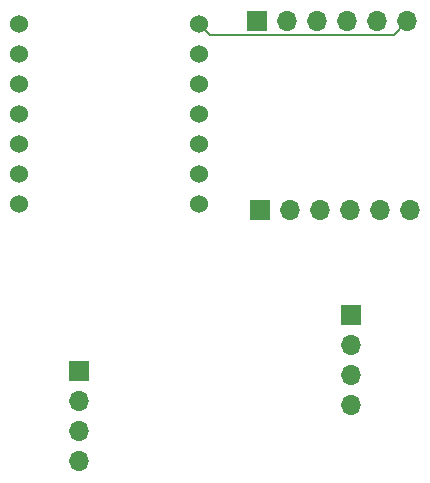
<source format=gbr>
%TF.GenerationSoftware,KiCad,Pcbnew,9.0.0*%
%TF.CreationDate,2025-06-10T19:10:25+05:30*%
%TF.ProjectId,andytrackerv2,616e6479-7472-4616-936b-657276322e6b,rev?*%
%TF.SameCoordinates,Original*%
%TF.FileFunction,Copper,L2,Bot*%
%TF.FilePolarity,Positive*%
%FSLAX46Y46*%
G04 Gerber Fmt 4.6, Leading zero omitted, Abs format (unit mm)*
G04 Created by KiCad (PCBNEW 9.0.0) date 2025-06-10 19:10:25*
%MOMM*%
%LPD*%
G01*
G04 APERTURE LIST*
%TA.AperFunction,ComponentPad*%
%ADD10C,1.524000*%
%TD*%
%TA.AperFunction,ComponentPad*%
%ADD11R,1.700000X1.700000*%
%TD*%
%TA.AperFunction,ComponentPad*%
%ADD12O,1.700000X1.700000*%
%TD*%
%TA.AperFunction,Conductor*%
%ADD13C,0.200000*%
%TD*%
G04 APERTURE END LIST*
D10*
%TO.P,U1,1,GPIO2/A0/D0*%
%TO.N,Net-(J2-Pin_2)*%
X155425000Y-97300000D03*
%TO.P,U1,2,GPIO3/A1/D1*%
%TO.N,Net-(J2-Pin_3)*%
X155425000Y-99840000D03*
%TO.P,U1,3,GPIO4/A2/D2*%
%TO.N,Net-(J2-Pin_4)*%
X155425000Y-102380000D03*
%TO.P,U1,4,GPIO5/A3/D3*%
%TO.N,Net-(J2-Pin_5)*%
X155425000Y-104920000D03*
%TO.P,U1,5,GPIO6/D4/SDA*%
%TO.N,Net-(J3-Pin_1)*%
X155425000Y-107460000D03*
%TO.P,U1,6,GPIO7/D5/SCL*%
%TO.N,Net-(J3-Pin_2)*%
X155425000Y-110000000D03*
%TO.P,U1,7,GPIO21/D6/TX*%
%TO.N,unconnected-(U1-GPIO21{slash}D6{slash}TX-Pad7)*%
X155425000Y-112540000D03*
%TO.P,U1,8,GPIO20/D7/RX*%
%TO.N,Net-(J1-Pin_5)*%
X170665000Y-112540000D03*
%TO.P,U1,9,GPIO8/D8/SCK*%
%TO.N,Net-(J1-Pin_4)*%
X170665000Y-110000000D03*
%TO.P,U1,10,GPIO9/D9/MISO*%
%TO.N,Net-(J1-Pin_3)*%
X170665000Y-107460000D03*
%TO.P,U1,11,GPIO10/D10/MOSI*%
%TO.N,Net-(J1-Pin_2)*%
X170665000Y-104920000D03*
%TO.P,U1,12,VCC_3V3*%
%TO.N,unconnected-(U1-VCC_3V3-Pad12)*%
X170665000Y-102380000D03*
%TO.P,U1,13,GND*%
%TO.N,unconnected-(U1-GND-Pad13)*%
X170665000Y-99840000D03*
%TO.P,U1,14,VBUS*%
%TO.N,Net-(J1-Pin_6)*%
X170665000Y-97300000D03*
%TD*%
D11*
%TO.P,J4,1,Pin_1*%
%TO.N,Net-(J3-Pin_1)*%
X183500000Y-121920000D03*
D12*
%TO.P,J4,2,Pin_2*%
%TO.N,Net-(J3-Pin_2)*%
X183500000Y-124460000D03*
%TO.P,J4,3,Pin_3*%
%TO.N,Net-(J1-Pin_6)*%
X183500000Y-127000000D03*
%TO.P,J4,4,Pin_4*%
%TO.N,GND*%
X183500000Y-129540000D03*
%TD*%
D11*
%TO.P,J1,1,Pin_1*%
%TO.N,GND*%
X175585000Y-97025000D03*
D12*
%TO.P,J1,2,Pin_2*%
%TO.N,Net-(J1-Pin_2)*%
X178125000Y-97025000D03*
%TO.P,J1,3,Pin_3*%
%TO.N,Net-(J1-Pin_3)*%
X180665000Y-97025000D03*
%TO.P,J1,4,Pin_4*%
%TO.N,Net-(J1-Pin_4)*%
X183205000Y-97025000D03*
%TO.P,J1,5,Pin_5*%
%TO.N,Net-(J1-Pin_5)*%
X185745000Y-97025000D03*
%TO.P,J1,6,Pin_6*%
%TO.N,Net-(J1-Pin_6)*%
X188285000Y-97025000D03*
%TD*%
D11*
%TO.P,J2,1,Pin_1*%
%TO.N,GND*%
X175840000Y-113000000D03*
D12*
%TO.P,J2,2,Pin_2*%
%TO.N,Net-(J2-Pin_2)*%
X178380000Y-113000000D03*
%TO.P,J2,3,Pin_3*%
%TO.N,Net-(J2-Pin_3)*%
X180920000Y-113000000D03*
%TO.P,J2,4,Pin_4*%
%TO.N,Net-(J2-Pin_4)*%
X183460000Y-113000000D03*
%TO.P,J2,5,Pin_5*%
%TO.N,Net-(J2-Pin_5)*%
X186000000Y-113000000D03*
%TO.P,J2,6,Pin_6*%
%TO.N,Net-(J1-Pin_6)*%
X188540000Y-113000000D03*
%TD*%
D11*
%TO.P,J3,1,Pin_1*%
%TO.N,Net-(J3-Pin_1)*%
X160525000Y-126700000D03*
D12*
%TO.P,J3,2,Pin_2*%
%TO.N,Net-(J3-Pin_2)*%
X160525000Y-129240000D03*
%TO.P,J3,3,Pin_3*%
%TO.N,Net-(J1-Pin_6)*%
X160525000Y-131780000D03*
%TO.P,J3,4,Pin_4*%
%TO.N,GND*%
X160525000Y-134320000D03*
%TD*%
D13*
%TO.N,Net-(J1-Pin_6)*%
X187134000Y-98176000D02*
X171541000Y-98176000D01*
X188285000Y-97025000D02*
X187134000Y-98176000D01*
X171541000Y-98176000D02*
X170665000Y-97300000D01*
%TD*%
M02*

</source>
